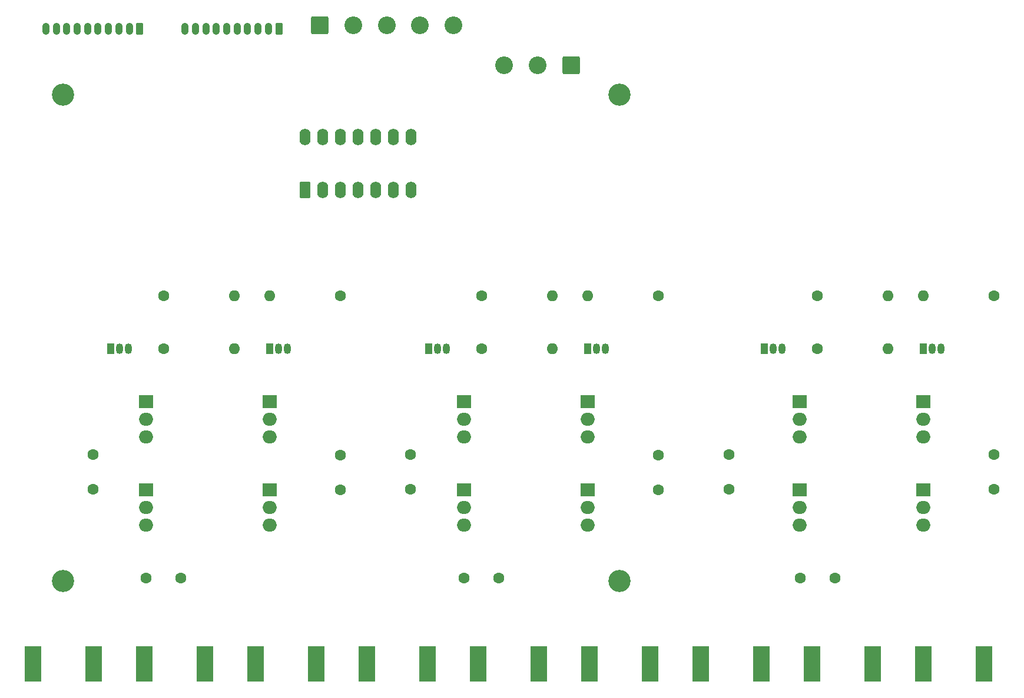
<source format=gbs>
G04 #@! TF.GenerationSoftware,KiCad,Pcbnew,9.0.0*
G04 #@! TF.CreationDate,2025-06-03T18:34:14-07:00*
G04 #@! TF.ProjectId,H_bridge,485f6272-6964-4676-952e-6b696361645f,rev?*
G04 #@! TF.SameCoordinates,Original*
G04 #@! TF.FileFunction,Soldermask,Bot*
G04 #@! TF.FilePolarity,Negative*
%FSLAX46Y46*%
G04 Gerber Fmt 4.6, Leading zero omitted, Abs format (unit mm)*
G04 Created by KiCad (PCBNEW 9.0.0) date 2025-06-03 18:34:14*
%MOMM*%
%LPD*%
G01*
G04 APERTURE LIST*
G04 Aperture macros list*
%AMRoundRect*
0 Rectangle with rounded corners*
0 $1 Rounding radius*
0 $2 $3 $4 $5 $6 $7 $8 $9 X,Y pos of 4 corners*
0 Add a 4 corners polygon primitive as box body*
4,1,4,$2,$3,$4,$5,$6,$7,$8,$9,$2,$3,0*
0 Add four circle primitives for the rounded corners*
1,1,$1+$1,$2,$3*
1,1,$1+$1,$4,$5*
1,1,$1+$1,$6,$7*
1,1,$1+$1,$8,$9*
0 Add four rect primitives between the rounded corners*
20,1,$1+$1,$2,$3,$4,$5,0*
20,1,$1+$1,$4,$5,$6,$7,0*
20,1,$1+$1,$6,$7,$8,$9,0*
20,1,$1+$1,$8,$9,$2,$3,0*%
G04 Aperture macros list end*
%ADD10C,1.600000*%
%ADD11O,1.600000X1.600000*%
%ADD12RoundRect,0.249999X-1.025001X-1.025001X1.025001X-1.025001X1.025001X1.025001X-1.025001X1.025001X0*%
%ADD13C,2.550000*%
%ADD14R,1.050000X1.500000*%
%ADD15O,1.050000X1.500000*%
%ADD16RoundRect,0.250000X0.265000X0.615000X-0.265000X0.615000X-0.265000X-0.615000X0.265000X-0.615000X0*%
%ADD17O,1.030000X1.730000*%
%ADD18R,2.420000X5.080000*%
%ADD19R,2.000000X1.905000*%
%ADD20O,2.000000X1.905000*%
%ADD21C,3.200000*%
%ADD22RoundRect,0.250000X0.550000X-0.950000X0.550000X0.950000X-0.550000X0.950000X-0.550000X-0.950000X0*%
%ADD23O,1.600000X2.400000*%
%ADD24RoundRect,0.249999X1.025001X1.025001X-1.025001X1.025001X-1.025001X-1.025001X1.025001X-1.025001X0*%
G04 APERTURE END LIST*
D10*
X149860000Y-93980000D03*
D11*
X139700000Y-93980000D03*
D10*
X172640000Y-134620000D03*
X167640000Y-134620000D03*
D12*
X146900000Y-55000000D03*
D13*
X151700000Y-55000000D03*
X156500000Y-55000000D03*
X161300000Y-55000000D03*
X166100000Y-55000000D03*
D14*
X116840000Y-101600000D03*
D15*
X118110000Y-101600000D03*
X119380000Y-101600000D03*
D16*
X141000000Y-55500000D03*
D17*
X139500000Y-55500000D03*
X138000000Y-55500000D03*
X136500000Y-55500000D03*
X135000000Y-55500000D03*
X133500000Y-55500000D03*
X132000000Y-55500000D03*
X130500000Y-55500000D03*
X129000000Y-55500000D03*
X127500000Y-55500000D03*
D14*
X139700000Y-101600000D03*
D15*
X140970000Y-101600000D03*
X142240000Y-101600000D03*
D10*
X218440000Y-93980000D03*
D11*
X228600000Y-93980000D03*
D18*
X201620000Y-146930000D03*
X210380000Y-146930000D03*
D10*
X114300000Y-121840000D03*
X114300000Y-116840000D03*
D18*
X233620000Y-146930000D03*
X242380000Y-146930000D03*
D19*
X167640000Y-109220000D03*
D20*
X167640000Y-111760000D03*
X167640000Y-114300000D03*
D19*
X233680000Y-121920000D03*
D20*
X233680000Y-124460000D03*
X233680000Y-127000000D03*
D21*
X190000000Y-135000000D03*
D19*
X185420000Y-109220000D03*
D20*
X185420000Y-111760000D03*
X185420000Y-114300000D03*
D10*
X124460000Y-101600000D03*
D11*
X134620000Y-101600000D03*
D21*
X110000000Y-65000000D03*
D19*
X139700000Y-121920000D03*
D20*
X139700000Y-124460000D03*
X139700000Y-127000000D03*
D14*
X162560000Y-101600000D03*
D15*
X163830000Y-101600000D03*
X165100000Y-101600000D03*
D10*
X220980000Y-134620000D03*
X215980000Y-134620000D03*
D18*
X153620000Y-146930000D03*
X162380000Y-146930000D03*
D10*
X195580000Y-93980000D03*
D11*
X185420000Y-93980000D03*
D21*
X190000000Y-65000000D03*
D19*
X185420000Y-121920000D03*
D20*
X185420000Y-124460000D03*
X185420000Y-127000000D03*
D10*
X159940000Y-121840000D03*
X159940000Y-116840000D03*
D19*
X139700000Y-109220000D03*
D20*
X139700000Y-111760000D03*
X139700000Y-114300000D03*
D22*
X144780000Y-78740000D03*
D23*
X147320000Y-78740000D03*
X149860000Y-78740000D03*
X152400000Y-78740000D03*
X154940000Y-78740000D03*
X157480000Y-78740000D03*
X160020000Y-78740000D03*
X160020000Y-71120000D03*
X157480000Y-71120000D03*
X154940000Y-71120000D03*
X152400000Y-71120000D03*
X149860000Y-71120000D03*
X147320000Y-71120000D03*
X144780000Y-71120000D03*
D21*
X110000000Y-135000000D03*
D10*
X124460000Y-93980000D03*
D11*
X134620000Y-93980000D03*
D10*
X243840000Y-93980000D03*
D11*
X233680000Y-93980000D03*
D19*
X167640000Y-121920000D03*
D20*
X167640000Y-124460000D03*
X167640000Y-127000000D03*
D18*
X217620000Y-146930000D03*
X226380000Y-146930000D03*
D19*
X215900000Y-121920000D03*
D20*
X215900000Y-124460000D03*
X215900000Y-127000000D03*
D18*
X105620000Y-146930000D03*
X114380000Y-146930000D03*
D10*
X218440000Y-101600000D03*
D11*
X228600000Y-101600000D03*
D10*
X195580000Y-121920000D03*
X195580000Y-116920000D03*
D18*
X185620000Y-146930000D03*
X194380000Y-146930000D03*
D10*
X170180000Y-101600000D03*
D11*
X180340000Y-101600000D03*
D10*
X149860000Y-121920000D03*
X149860000Y-116920000D03*
X126920000Y-134620000D03*
X121920000Y-134620000D03*
D18*
X169620000Y-146930000D03*
X178380000Y-146930000D03*
X137620000Y-146930000D03*
X146380000Y-146930000D03*
D16*
X121000000Y-55500000D03*
D17*
X119500000Y-55500000D03*
X118000000Y-55500000D03*
X116500000Y-55500000D03*
X115000000Y-55500000D03*
X113500000Y-55500000D03*
X112000000Y-55500000D03*
X110500000Y-55500000D03*
X109000000Y-55500000D03*
X107500000Y-55500000D03*
D24*
X183000000Y-60800000D03*
D13*
X178200000Y-60800000D03*
X173400000Y-60800000D03*
D19*
X215900000Y-109220000D03*
D20*
X215900000Y-111760000D03*
X215900000Y-114300000D03*
D18*
X121620000Y-146930000D03*
X130380000Y-146930000D03*
D19*
X121920000Y-109220000D03*
D20*
X121920000Y-111760000D03*
X121920000Y-114300000D03*
D10*
X205740000Y-121840000D03*
X205740000Y-116840000D03*
D19*
X233680000Y-109220000D03*
D20*
X233680000Y-111760000D03*
X233680000Y-114300000D03*
D14*
X210820000Y-101600000D03*
D15*
X212090000Y-101600000D03*
X213360000Y-101600000D03*
D14*
X185420000Y-101600000D03*
D15*
X186690000Y-101600000D03*
X187960000Y-101600000D03*
D19*
X121920000Y-121920000D03*
D20*
X121920000Y-124460000D03*
X121920000Y-127000000D03*
D10*
X170180000Y-93980000D03*
D11*
X180340000Y-93980000D03*
D10*
X243840000Y-121840000D03*
X243840000Y-116840000D03*
D14*
X233680000Y-101600000D03*
D15*
X234950000Y-101600000D03*
X236220000Y-101600000D03*
M02*

</source>
